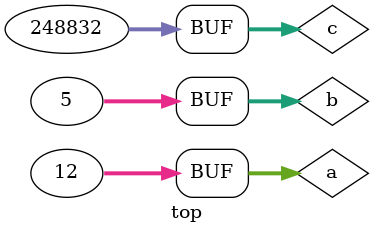
<source format=sv>
/*
:name: binary_op_pow
:description: ** operator test
:should_fail: 0
:tags: 11.4.3
*/
module top();
int a = 12;
int b = 5;
int c;
initial begin
    c = a ** b;
end
endmodule
</source>
